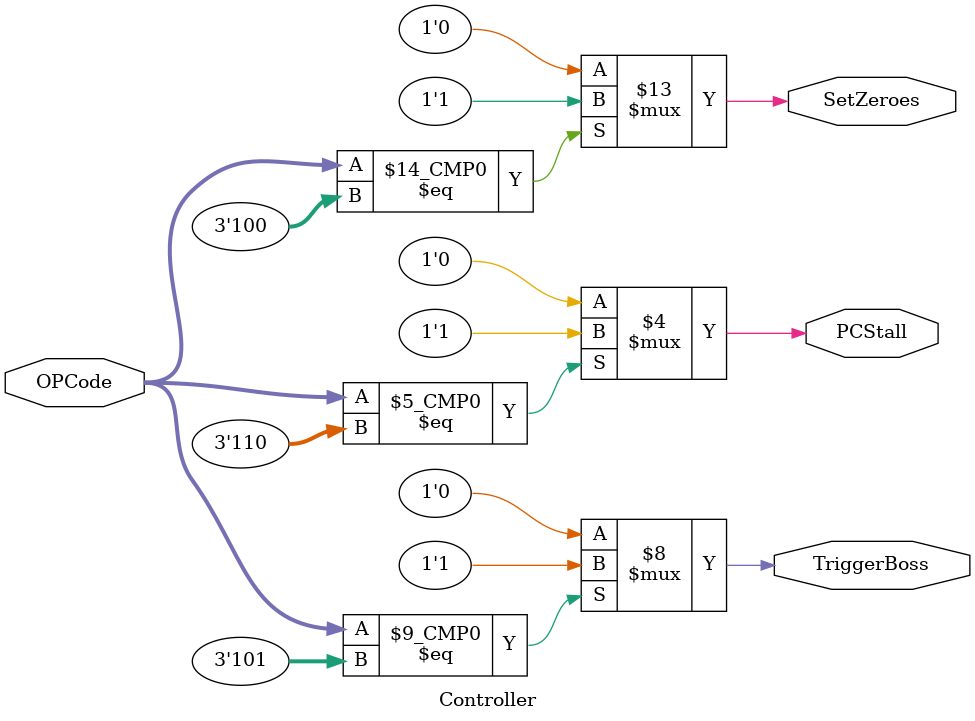
<source format=v>
`timescale 1ns / 1ps

module Controller(
    input [2:0] OPCode,
    output reg SetZeroes,
    output reg TriggerBoss,
    output reg PCStall
);
    
    always @(*)begin
        case (OPCode)
            3'b100: begin               //set zeroes
                SetZeroes <= 1;
                TriggerBoss <= 0;
                PCStall <= 0;
            end 
            3'b101: begin               //get SAD
                SetZeroes <= 0;
                TriggerBoss <= 1;
                PCStall <= 0;
            end
            3'b110: begin               //infinite loop
                SetZeroes <= 0;
                TriggerBoss <= 0;
                PCStall <= 1;
            end
            default begin
                SetZeroes <= 0;
                TriggerBoss <= 0;
                PCStall <= 0;
            end
        endcase
    end
    
    initial begin
        SetZeroes <= 0;
        TriggerBoss <= 0;
        PCStall <= 0;
    end
    
endmodule
</source>
